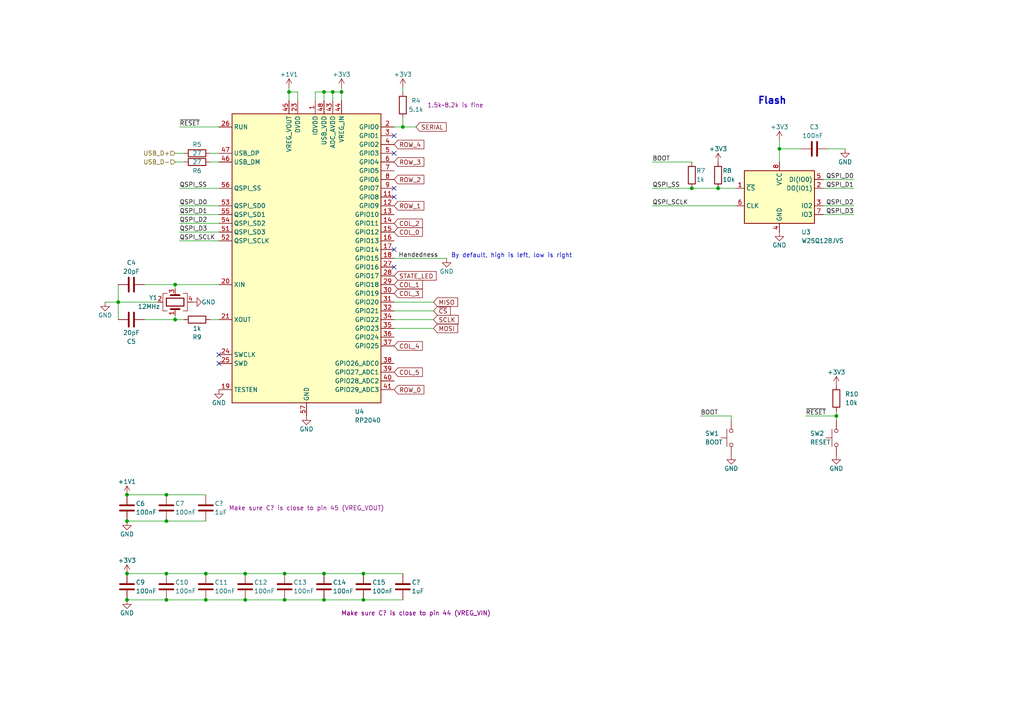
<source format=kicad_sch>
(kicad_sch (version 20230121) (generator eeschema)
  (paper "A4")
  (lib_symbols
    (symbol "Device:C" (pin_numbers hide) (pin_names (offset 0.254))
      (property "Reference" "C" (at 0.635 2.54 0))
      (property "Value" "C" (at 0.635 -2.54 0))
      (symbol "C_0_1"
        (polyline (pts (xy -2.032 -0.762) (xy 2.032 -0.762)) (stroke (width 0.508)))
        (polyline (pts (xy -2.032 0.762) (xy 2.032 0.762)) (stroke (width 0.508)))
      )
      (symbol "C_1_1"
        (pin passive line (at 0 3.81 270) (length 2.794) (name "~") (number "1"))
        (pin passive line (at 0 -3.81 90) (length 2.794) (name "~") (number "2"))
      )
    )
    (symbol "Device:Crystal_GND24" (pin_names (offset 1.016) hide)
      (property "Reference" "Y" (at 3.175 5.08 0))
      (property "Value" "Crystal_GND24" (at 3.175 3.175 0))
      (symbol "Crystal_GND24_0_1"
        (rectangle (start -1.143 2.54) (end 1.143 -2.54) (stroke (width 0.3048)))
        (polyline (pts (xy -2.54 0) (xy -2.032 0)))
        (polyline (pts (xy -2.032 -1.27) (xy -2.032 1.27)) (stroke (width 0.508)))
        (polyline (pts (xy 0 -3.81) (xy 0 -3.556)))
        (polyline (pts (xy 0 3.556) (xy 0 3.81)))
        (polyline (pts (xy 2.032 -1.27) (xy 2.032 1.27)) (stroke (width 0.508)))
        (polyline (pts (xy 2.032 0) (xy 2.54 0)))
        (polyline (pts (xy -2.54 -2.286) (xy -2.54 -3.556) (xy 2.54 -3.556) (xy 2.54 -2.286)))
        (polyline (pts (xy -2.54 2.286) (xy -2.54 3.556) (xy 2.54 3.556) (xy 2.54 2.286)))
      )
      (symbol "Crystal_GND24_1_1"
        (pin passive line (at -3.81 0 0) (length 1.27) (name "1") (number "1"))
        (pin passive line (at 0 5.08 270) (length 1.27) (name "2") (number "2"))
        (pin passive line (at 3.81 0 180) (length 1.27) (name "3") (number "3"))
        (pin passive line (at 0 -5.08 90) (length 1.27) (name "4") (number "4"))
      )
    )
    (symbol "Device:R" (pin_numbers hide) (pin_names (offset 0))
      (property "Reference" "R" (at 2.032 0 90))
      (property "Value" "R" (at 0 0 90))
      (symbol "R_0_1"
        (rectangle (start -1.016 -2.54) (end 1.016 2.54) (stroke (width 0.254)))
      )
      (symbol "R_1_1"
        (pin passive line (at 0 3.81 270) (length 1.27) (name "~") (number "1"))
        (pin passive line (at 0 -3.81 90) (length 1.27) (name "~") (number "2"))
      )
    )
    (symbol "MCU_RaspberryPi:RP2040"
      (property "Reference" "U" (at 17.78 45.72 0))
      (property "Value" "RP2040" (at 17.78 43.18 0))
      (symbol "RP2040_0_1"
        (rectangle (start -21.59 41.91) (end 21.59 -41.91) (stroke (width 0.254)) (fill (type background)))
      )
      (symbol "RP2040_1_1"
        (pin power_in line (at 2.54 45.72 270) (length 3.81) (name "IOVDD") (number "1"))
        (pin passive line (at 2.54 45.72 270) (length 3.81) hide (name "IOVDD") (number "10"))
        (pin bidirectional line (at 25.4 17.78 180) (length 3.81) (name "GPIO8") (number "11"))
        (pin bidirectional line (at 25.4 15.24 180) (length 3.81) (name "GPIO9") (number "12"))
        (pin bidirectional line (at 25.4 12.7 180) (length 3.81) (name "GPIO10") (number "13"))
        (pin bidirectional line (at 25.4 10.16 180) (length 3.81) (name "GPIO11") (number "14"))
        (pin bidirectional line (at 25.4 7.62 180) (length 3.81) (name "GPIO12") (number "15"))
        (pin bidirectional line (at 25.4 5.08 180) (length 3.81) (name "GPIO13") (number "16"))
        (pin bidirectional line (at 25.4 2.54 180) (length 3.81) (name "GPIO14") (number "17"))
        (pin bidirectional line (at 25.4 0 180) (length 3.81) (name "GPIO15") (number "18"))
        (pin input line (at -25.4 -38.1 0) (length 3.81) (name "TESTEN") (number "19"))
        (pin bidirectional line (at 25.4 38.1 180) (length 3.81) (name "GPIO0") (number "2"))
        (pin input line (at -25.4 -7.62 0) (length 3.81) (name "XIN") (number "20"))
        (pin passive line (at -25.4 -17.78 0) (length 3.81) (name "XOUT") (number "21"))
        (pin passive line (at 2.54 45.72 270) (length 3.81) hide (name "IOVDD") (number "22"))
        (pin power_in line (at -2.54 45.72 270) (length 3.81) (name "DVDD") (number "23"))
        (pin output line (at -25.4 -27.94 0) (length 3.81) (name "SWCLK") (number "24"))
        (pin bidirectional line (at -25.4 -30.48 0) (length 3.81) (name "SWD") (number "25"))
        (pin input line (at -25.4 38.1 0) (length 3.81) (name "RUN") (number "26"))
        (pin bidirectional line (at 25.4 -2.54 180) (length 3.81) (name "GPIO16") (number "27"))
        (pin bidirectional line (at 25.4 -5.08 180) (length 3.81) (name "GPIO17") (number "28"))
        (pin bidirectional line (at 25.4 -7.62 180) (length 3.81) (name "GPIO18") (number "29"))
        (pin bidirectional line (at 25.4 35.56 180) (length 3.81) (name "GPIO1") (number "3"))
        (pin bidirectional line (at 25.4 -10.16 180) (length 3.81) (name "GPIO19") (number "30"))
        (pin bidirectional line (at 25.4 -12.7 180) (length 3.81) (name "GPIO20") (number "31"))
        (pin bidirectional line (at 25.4 -15.24 180) (length 3.81) (name "GPIO21") (number "32"))
        (pin passive line (at 2.54 45.72 270) (length 3.81) hide (name "IOVDD") (number "33"))
        (pin bidirectional line (at 25.4 -17.78 180) (length 3.81) (name "GPIO22") (number "34"))
        (pin bidirectional line (at 25.4 -20.32 180) (length 3.81) (name "GPIO23") (number "35"))
        (pin bidirectional line (at 25.4 -22.86 180) (length 3.81) (name "GPIO24") (number "36"))
        (pin bidirectional line (at 25.4 -25.4 180) (length 3.81) (name "GPIO25") (number "37"))
        (pin bidirectional line (at 25.4 -30.48 180) (length 3.81) (name "GPIO26_ADC0") (number "38"))
        (pin bidirectional line (at 25.4 -33.02 180) (length 3.81) (name "GPIO27_ADC1") (number "39"))
        (pin bidirectional line (at 25.4 33.02 180) (length 3.81) (name "GPIO2") (number "4"))
        (pin bidirectional line (at 25.4 -35.56 180) (length 3.81) (name "GPIO28_ADC2") (number "40"))
        (pin bidirectional line (at 25.4 -38.1 180) (length 3.81) (name "GPIO29_ADC3") (number "41"))
        (pin passive line (at 2.54 45.72 270) (length 3.81) hide (name "IOVDD") (number "42"))
        (pin power_in line (at 7.62 45.72 270) (length 3.81) (name "ADC_AVDD") (number "43"))
        (pin power_in line (at 10.16 45.72 270) (length 3.81) (name "VREG_IN") (number "44"))
        (pin power_out line (at -5.08 45.72 270) (length 3.81) (name "VREG_VOUT") (number "45"))
        (pin bidirectional line (at -25.4 27.94 0) (length 3.81) (name "USB_DM") (number "46"))
        (pin bidirectional line (at -25.4 30.48 0) (length 3.81) (name "USB_DP") (number "47"))
        (pin power_in line (at 5.08 45.72 270) (length 3.81) (name "USB_VDD") (number "48"))
        (pin passive line (at 2.54 45.72 270) (length 3.81) hide (name "IOVDD") (number "49"))
        (pin bidirectional line (at 25.4 30.48 180) (length 3.81) (name "GPIO3") (number "5"))
        (pin passive line (at -2.54 45.72 270) (length 3.81) hide (name "DVDD") (number "50"))
        (pin bidirectional line (at -25.4 7.62 0) (length 3.81) (name "QSPI_SD3") (number "51"))
        (pin output line (at -25.4 5.08 0) (length 3.81) (name "QSPI_SCLK") (number "52"))
        (pin bidirectional line (at -25.4 15.24 0) (length 3.81) (name "QSPI_SD0") (number "53"))
        (pin bidirectional line (at -25.4 10.16 0) (length 3.81) (name "QSPI_SD2") (number "54"))
        (pin bidirectional line (at -25.4 12.7 0) (length 3.81) (name "QSPI_SD1") (number "55"))
        (pin bidirectional line (at -25.4 20.32 0) (length 3.81) (name "QSPI_SS") (number "56"))
        (pin power_in line (at 0 -45.72 90) (length 3.81) (name "GND") (number "57"))
        (pin bidirectional line (at 25.4 27.94 180) (length 3.81) (name "GPIO4") (number "6"))
        (pin bidirectional line (at 25.4 25.4 180) (length 3.81) (name "GPIO5") (number "7"))
        (pin bidirectional line (at 25.4 22.86 180) (length 3.81) (name "GPIO6") (number "8"))
        (pin bidirectional line (at 25.4 20.32 180) (length 3.81) (name "GPIO7") (number "9"))
      )
    )
    (symbol "Memory_Flash:W25Q128JVS"
      (property "Reference" "U" (at -8.89 8.89 0))
      (property "Value" "W25Q128JVS" (at 7.62 8.89 0))
      (symbol "W25Q128JVS_0_1"
        (rectangle (start -10.16 7.62) (end 10.16 -7.62) (stroke (width 0.254)) (fill (type background)))
      )
      (symbol "W25Q128JVS_1_1"
        (pin input line (at -12.7 2.54 0) (length 2.54) (name "~{CS}") (number "1"))
        (pin bidirectional line (at 12.7 2.54 180) (length 2.54) (name "DO(IO1)") (number "2"))
        (pin bidirectional line (at 12.7 -2.54 180) (length 2.54) (name "IO2") (number "3"))
        (pin power_in line (at 0 -10.16 90) (length 2.54) (name "GND") (number "4"))
        (pin bidirectional line (at 12.7 5.08 180) (length 2.54) (name "DI(IO0)") (number "5"))
        (pin input line (at -12.7 -2.54 0) (length 2.54) (name "CLK") (number "6"))
        (pin bidirectional line (at 12.7 -5.08 180) (length 2.54) (name "IO3") (number "7"))
        (pin power_in line (at 0 10.16 270) (length 2.54) (name "VCC") (number "8"))
      )
    )
    (symbol "SW_Push_1" (pin_numbers hide) (pin_names (offset 1.016) hide)
      (property "Reference" "SW1" (at -7.62 1.27 90))
      (property "Value" "BOOT" (at -7.62 -1.27 90))
      (symbol "SW_Push_1_0_1"
        (circle (center -2.032 0) (radius 0.508))
        (polyline (pts (xy 0 1.27) (xy 0 3.048)))
        (polyline (pts (xy 2.54 1.27) (xy -2.54 1.27)))
        (circle (center 2.032 0) (radius 0.508))
        (pin passive line (at -5.08 0 0) (length 2.54) (name "1") (number "1"))
        (pin passive line (at 5.08 0 180) (length 2.54) (name "2") (number "2"))
      )
    )
    (symbol "Switch:SW_Push" (pin_numbers hide) (pin_names (offset 1.016) hide)
      (property "Reference" "SW2" (at -8.89 1.27 90))
      (property "Value" "RESET" (at -8.89 -1.27 90))
      (symbol "SW_Push_0_1"
        (circle (center -2.032 0) (radius 0.508))
        (polyline (pts (xy 0 1.27) (xy 0 3.048)))
        (polyline (pts (xy 2.54 1.27) (xy -2.54 1.27)))
        (circle (center 2.032 0) (radius 0.508))
        (pin passive line (at -5.08 0 0) (length 2.54) (name "1") (number "1"))
        (pin passive line (at 5.08 0 180) (length 2.54) (name "2") (number "2"))
      )
    )
    (symbol "power:+1V1" (power) (pin_names (offset 0))
      (property "Value" "+1V1" (at 0 3.556 0))
      (symbol "+1V1_0_1"
        (polyline (pts (xy -0.762 1.27) (xy 0 2.54)))
        (polyline (pts (xy 0 0) (xy 0 2.54)))
        (polyline (pts (xy 0 2.54) (xy 0.762 1.27)))
      )
      (symbol "+1V1_1_1"
        (pin power_in line (at 0 0 90) (length 0) hide (name "+1V1") (number "1"))
      )
    )
    (symbol "power:+3V3" (power) (pin_names (offset 0))
      (property "Value" "+3V3" (at 0 3.556 0))
      (symbol "+3V3_0_1"
        (polyline (pts (xy -0.762 1.27) (xy 0 2.54)))
        (polyline (pts (xy 0 0) (xy 0 2.54)))
        (polyline (pts (xy 0 2.54) (xy 0.762 1.27)))
      )
      (symbol "+3V3_1_1"
        (pin power_in line (at 0 0 90) (length 0) hide (name "+3V3") (number "1"))
      )
    )
    (symbol "power:GND" (power) (pin_names (offset 0))
      (property "Value" "GND" (at 0 -3.81 0))
      (symbol "GND_0_1"
        (polyline (pts (xy 0 0) (xy 0 -1.27) (xy 1.27 -1.27) (xy 0 -2.54) (xy -1.27 -1.27) (xy 0 -1.27)))
      )
      (symbol "GND_1_1"
        (pin power_in line (at 0 0 270) (length 0) hide (name "GND") (number "1"))
      )
    )
  )
  (junction (at 50.8 92.71))
  (junction (at 242.57 120.65))
  (junction (at 59.69 173.99))
  (junction (at 48.26 143.51))
  (junction (at 48.26 173.99))
  (junction (at 71.12 173.99))
  (junction (at 208.28 54.61))
  (junction (at 82.55 166.37))
  (junction (at 226.06 43.18))
  (junction (at 99.06 26.67))
  (junction (at 93.98 26.67))
  (junction (at 48.26 166.37))
  (junction (at 116.84 36.83))
  (junction (at 82.55 173.99))
  (junction (at 105.41 166.37))
  (junction (at 59.69 166.37))
  (junction (at 50.8 82.55))
  (junction (at 93.98 173.99))
  (junction (at 36.83 143.51))
  (junction (at 93.98 166.37))
  (junction (at 34.29 87.63))
  (junction (at 105.41 173.99))
  (junction (at 96.52 26.67))
  (junction (at 36.83 166.37))
  (junction (at 36.83 151.13))
  (junction (at 48.26 151.13))
  (junction (at 83.82 26.67))
  (junction (at 36.83 173.99))
  (junction (at 200.66 54.61))
  (junction (at 71.12 166.37))
  (no_connect (at 114.3 77.47))
  (no_connect (at 114.3 72.39))
  (no_connect (at 114.3 57.15))
  (no_connect (at 114.3 54.61))
  (no_connect (at 114.3 44.45))
  (no_connect (at 114.3 39.37))
  (no_connect (at 63.5 102.87))
  (no_connect (at 63.5 105.41))
  (wire (pts (xy 242.57 120.65) (xy 242.57 119.38)))
  (wire (pts (xy 34.29 82.55) (xy 34.29 87.63)))
  (wire (pts (xy 125.73 92.71) (xy 114.3 92.71)))
  (wire (pts (xy 105.41 166.37) (xy 116.84 166.37)))
  (wire (pts (xy 86.36 26.67) (xy 86.36 29.21)))
  (wire (pts (xy 48.26 151.13) (xy 59.69 151.13)))
  (wire (pts (xy 52.07 59.69) (xy 63.5 59.69)))
  (wire (pts (xy 50.8 91.44) (xy 50.8 92.71)))
  (wire (pts (xy 36.83 173.99) (xy 48.26 173.99)))
  (wire (pts (xy 93.98 26.67) (xy 93.98 29.21)))
  (wire (pts (xy 93.98 26.67) (xy 96.52 26.67)))
  (wire (pts (xy 50.8 82.55) (xy 63.5 82.55)))
  (wire (pts (xy 99.06 29.21) (xy 99.06 26.67)))
  (wire (pts (xy 30.48 87.63) (xy 34.29 87.63)))
  (wire (pts (xy 226.06 40.64) (xy 226.06 43.18)))
  (wire (pts (xy 48.26 143.51) (xy 59.69 143.51)))
  (wire (pts (xy 116.84 34.29) (xy 116.84 36.83)))
  (wire (pts (xy 36.83 166.37) (xy 48.26 166.37)))
  (wire (pts (xy 96.52 26.67) (xy 96.52 29.21)))
  (wire (pts (xy 50.8 44.45) (xy 53.34 44.45)))
  (wire (pts (xy 52.07 67.31) (xy 63.5 67.31)))
  (wire (pts (xy 247.65 59.69) (xy 238.76 59.69)))
  (wire (pts (xy 93.98 166.37) (xy 105.41 166.37)))
  (wire (pts (xy 125.73 95.25) (xy 114.3 95.25)))
  (wire (pts (xy 247.65 62.23) (xy 238.76 62.23)))
  (wire (pts (xy 83.82 26.67) (xy 86.36 26.67)))
  (wire (pts (xy 52.07 62.23) (xy 63.5 62.23)))
  (wire (pts (xy 34.29 87.63) (xy 34.29 92.71)))
  (wire (pts (xy 59.69 173.99) (xy 71.12 173.99)))
  (wire (pts (xy 60.96 44.45) (xy 63.5 44.45)))
  (wire (pts (xy 52.07 54.61) (xy 63.5 54.61)))
  (wire (pts (xy 129.54 74.93) (xy 114.3 74.93)))
  (wire (pts (xy 48.26 173.99) (xy 59.69 173.99)))
  (wire (pts (xy 50.8 92.71) (xy 53.34 92.71)))
  (wire (pts (xy 34.29 87.63) (xy 45.72 87.63)))
  (wire (pts (xy 71.12 173.99) (xy 82.55 173.99)))
  (wire (pts (xy 99.06 25.4) (xy 99.06 26.67)))
  (wire (pts (xy 71.12 166.37) (xy 82.55 166.37)))
  (wire (pts (xy 36.83 151.13) (xy 48.26 151.13)))
  (wire (pts (xy 125.73 90.17) (xy 114.3 90.17)))
  (wire (pts (xy 60.96 92.71) (xy 63.5 92.71)))
  (wire (pts (xy 59.69 166.37) (xy 71.12 166.37)))
  (wire (pts (xy 125.73 87.63) (xy 114.3 87.63)))
  (wire (pts (xy 91.44 26.67) (xy 93.98 26.67)))
  (wire (pts (xy 91.44 26.67) (xy 91.44 29.21)))
  (wire (pts (xy 120.65 36.83) (xy 116.84 36.83)))
  (wire (pts (xy 41.91 82.55) (xy 50.8 82.55)))
  (wire (pts (xy 233.68 120.65) (xy 242.57 120.65)))
  (wire (pts (xy 226.06 43.18) (xy 226.06 46.99)))
  (wire (pts (xy 60.96 46.99) (xy 63.5 46.99)))
  (wire (pts (xy 41.91 92.71) (xy 50.8 92.71)))
  (wire (pts (xy 189.23 46.99) (xy 200.66 46.99)))
  (wire (pts (xy 50.8 46.99) (xy 53.34 46.99)))
  (wire (pts (xy 116.84 36.83) (xy 114.3 36.83)))
  (wire (pts (xy 247.65 54.61) (xy 238.76 54.61)))
  (wire (pts (xy 52.07 64.77) (xy 63.5 64.77)))
  (wire (pts (xy 189.23 59.69) (xy 213.36 59.69)))
  (wire (pts (xy 83.82 25.4) (xy 83.82 26.67)))
  (wire (pts (xy 212.09 120.65) (xy 212.09 121.92)))
  (wire (pts (xy 52.07 36.83) (xy 63.5 36.83)))
  (wire (pts (xy 82.55 173.99) (xy 93.98 173.99)))
  (wire (pts (xy 52.07 69.85) (xy 63.5 69.85)))
  (wire (pts (xy 242.57 121.92) (xy 242.57 120.65)))
  (wire (pts (xy 82.55 166.37) (xy 93.98 166.37)))
  (wire (pts (xy 105.41 173.99) (xy 116.84 173.99)))
  (wire (pts (xy 208.28 54.61) (xy 213.36 54.61)))
  (wire (pts (xy 189.23 54.61) (xy 200.66 54.61)))
  (wire (pts (xy 99.06 26.67) (xy 96.52 26.67)))
  (wire (pts (xy 200.66 54.61) (xy 208.28 54.61)))
  (wire (pts (xy 203.2 120.65) (xy 212.09 120.65)))
  (wire (pts (xy 245.11 43.18) (xy 240.03 43.18)))
  (wire (pts (xy 93.98 173.99) (xy 105.41 173.99)))
  (wire (pts (xy 232.41 43.18) (xy 226.06 43.18)))
  (wire (pts (xy 48.26 166.37) (xy 59.69 166.37)))
  (wire (pts (xy 247.65 52.07) (xy 238.76 52.07)))
  (wire (pts (xy 83.82 26.67) (xy 83.82 29.21)))
  (wire (pts (xy 116.84 25.4) (xy 116.84 26.67)))
  (wire (pts (xy 50.8 82.55) (xy 50.8 83.82)))
  (wire (pts (xy 36.83 143.51) (xy 48.26 143.51)))
  (text "Flash" (at 219.71 30.48 0) (effects (font (size 2 2) bold) (justify left bottom)))
  (text "By default, high is left, low is right" (at 130.81 74.93 0) (effects (font (size 1.27 1.27)) (justify left bottom)))
  (label "~{RESET}" (at 233.68 120.65 0))
  (label "QSPI_D2" (at 247.65 59.69 180))
  (label "QSPI_SS" (at 189.23 54.61 0))
  (label "QSPI_SCLK" (at 189.23 59.69 0))
  (label "QSPI_D0" (at 247.65 52.07 180))
  (label "QSPI_SCLK" (at 52.07 69.85 0))
  (label "QSPI_D1" (at 247.65 54.61 180))
  (label "QSPI_SS" (at 52.07 54.61 0))
  (label "BOOT" (at 189.23 46.99 0))
  (label "QSPI_D1" (at 52.07 62.23 0))
  (label "QSPI_D2" (at 52.07 64.77 0))
  (label "QSPI_D0" (at 52.07 59.69 0))
  (label "QSPI_D3" (at 52.07 67.31 0))
  (label "~{RESET}" (at 52.07 36.83 0))
  (label "QSPI_D3" (at 247.65 62.23 180))
  (label "Handedness" (at 115.57 74.93 0))
  (label "BOOT" (at 203.2 120.65 0))
  (global_label "COL_5" (shape input) (at 114.3 107.95 0) (property "Intersheetrefs" "${INTERSHEET_REFS}" (effects hide)))
  (global_label "ROW_2" (shape input) (at 114.3 52.07 0) (property "Intersheetrefs" "${INTERSHEET_REFS}" (effects hide)))
  (global_label "COL_2" (shape input) (at 114.3 64.77 0) (property "Intersheetrefs" "${INTERSHEET_REFS}" (effects hide)))
  (global_label "COL_4" (shape input) (at 114.3 100.33 0) (property "Intersheetrefs" "${INTERSHEET_REFS}" (effects hide)))
  (global_label "ROW_3" (shape input) (at 114.3 46.99 0) (property "Intersheetrefs" "${INTERSHEET_REFS}" (effects hide)))
  (global_label "SERIAL" (shape input) (at 120.65 36.83 0) (property "Intersheetrefs" "${INTERSHEET_REFS}" (effects hide)))
  (global_label "ROW_0" (shape input) (at 114.3 113.03 0) (property "Intersheetrefs" "${INTERSHEET_REFS}" (effects hide)))
  (global_label "MOSI" (shape input) (at 125.73 95.25 0) (property "Intersheetrefs" "${INTERSHEET_REFS}" (effects hide)))
  (global_label "SCLK" (shape input) (at 125.73 92.71 0) (property "Intersheetrefs" "${INTERSHEET_REFS}" (effects hide)))
  (global_label "~{CS}" (shape input) (at 125.73 90.17 0) (property "Intersheetrefs" "${INTERSHEET_REFS}" (effects hide)))
  (global_label "COL_0" (shape input) (at 114.3 67.31 0) (property "Intersheetrefs" "${INTERSHEET_REFS}" (effects hide)))
  (global_label "STATE_LED" (shape input) (at 114.3 80.01 0) (property "Intersheetrefs" "${INTERSHEET_REFS}" (effects hide)))
  (global_label "ROW_4" (shape input) (at 114.3 41.91 0) (property "Intersheetrefs" "${INTERSHEET_REFS}" (effects hide)))
  (global_label "COL_3" (shape input) (at 114.3 85.09 0) (property "Intersheetrefs" "${INTERSHEET_REFS}" (effects hide)))
  (global_label "COL_1" (shape input) (at 114.3 82.55 0) (property "Intersheetrefs" "${INTERSHEET_REFS}" (effects hide)))
  (global_label "MISO" (shape input) (at 125.73 87.63 0) (property "Intersheetrefs" "${INTERSHEET_REFS}" (effects hide)))
  (global_label "ROW_1" (shape input) (at 114.3 59.69 0) (property "Intersheetrefs" "${INTERSHEET_REFS}" (effects hide)))
  (hierarchical_label "USB_D-" (shape input) (at 50.8 46.99 180))
  (hierarchical_label "USB_D+" (shape input) (at 50.8 44.45 180))
  (symbol (lib_id "power:GND") (at 242.57 132.08 0) (unit 1)
    (property "Reference" "#PWR035" (effects hide))
    (property "Value" "GND" (at 242.57 135.89 0))
  )
  (symbol (lib_id "Device:C") (at 36.83 170.18 0) (unit 1)
    (property "Reference" "C9" (at 39.37 168.91 0) (effects (justify left)))
    (property "Value" "100nF" (at 39.37 171.45 0) (effects (justify left)))
    (property "Footprint" "Capacitor_SMD:C_0402_1005Metric" (effects hide))
    (property "MFR. Part #" "CL05B104KB54PNC " (effects hide))
    (property "LCSC" "C307331" (effects hide))
  )
  (symbol (lib_id "power:+3V3") (at 226.06 40.64 0) (unit 1)
    (property "Reference" "#PWR024" (effects hide))
    (property "Value" "+3V3" (at 226.06 36.83 0))
  )
  (symbol (lib_id "power:GND") (at 36.83 151.13 0) (unit 1)
    (property "Reference" "#PWR037" (effects hide))
    (property "Value" "GND" (at 36.83 154.94 0))
  )
  (symbol (lib_id "Device:C") (at 82.55 170.18 0) (unit 1)
    (property "Reference" "C13" (at 85.09 168.91 0) (effects (justify left)))
    (property "Value" "100nF" (at 85.09 171.45 0) (effects (justify left)))
    (property "Footprint" "Capacitor_SMD:C_0402_1005Metric" (effects hide))
    (property "MFR. Part #" "CL05B104KB54PNC " (effects hide))
    (property "LCSC" "C307331" (effects hide))
  )
  (symbol (lib_id "power:+3V3") (at 116.84 25.4 0) (unit 1)
    (property "Reference" "#PWR023" (effects hide))
    (property "Value" "+3V3" (at 116.84 21.59 0))
  )
  (symbol (lib_id "Device:R") (at 242.57 115.57 0) (unit 1)
    (property "Reference" "R10" (at 245.11 114.2999 0) (effects (justify left)))
    (property "Value" "10k" (at 245.11 116.8399 0) (effects (justify left)))
    (property "Footprint" "Resistor_SMD:R_0402_1005Metric" (effects hide))
    (property "MFR. Part #" "0402WGF1002TCE " (effects hide))
    (property "LCSC" "C25744" (effects hide))
  )
  (symbol (lib_id "power:GND") (at 129.54 74.93 0) (unit 1)
    (property "Reference" "#PWR0102" (effects hide))
    (property "Value" "GND" (at 129.54 78.74 0))
  )
  (symbol (lib_id "Device:C") (at 71.12 170.18 0) (unit 1)
    (property "Reference" "C12" (at 73.66 168.91 0) (effects (justify left)))
    (property "Value" "100nF" (at 73.66 171.45 0) (effects (justify left)))
    (property "Footprint" "Capacitor_SMD:C_0402_1005Metric" (effects hide))
    (property "MFR. Part #" "CL05B104KB54PNC " (effects hide))
    (property "LCSC" "C307331" (effects hide))
  )
  (symbol (lib_id "power:+1V1") (at 36.83 143.51 0) (unit 1)
    (property "Reference" "#PWR036" (effects hide))
    (property "Value" "+1V1" (at 36.83 139.7 0))
  )
  (symbol (lib_name "SW_Push_1") (lib_id "Switch:SW_Push") (at 212.09 127 90) (unit 1)
    (property "Reference" "SW1" (at 204.47 125.73 90) (effects (justify right)))
    (property "Value" "BOOT" (at 204.47 128.27 90) (effects (justify right)))
    (property "Footprint" "Button_Switch_SMD:SW_SPST_TL3342" (effects hide))
    (property "MFR. Part #" "TS-1187A-B-A-B" (effects hide))
    (property "LCSC" "C318884" (effects hide))
  )
  (symbol (lib_id "power:+1V1") (at 83.82 25.4 0) (unit 1)
    (property "Reference" "#PWR021" (effects hide))
    (property "Value" "+1V1" (at 83.82 21.59 0))
  )
  (symbol (lib_id "MCU_RaspberryPi:RP2040") (at 88.9 74.93 0) (unit 1)
    (property "Reference" "U4" (at 102.87 119.38 0) (effects (justify left)))
    (property "Value" "RP2040" (at 102.87 121.92 0) (effects (justify left)))
    (property "Footprint" "Package_DFN_QFN:QFN-56-1EP_7x7mm_P0.4mm_EP3.2x3.2mm" (effects hide))
    (property "Datasheet" "https://datasheets.raspberrypi.com/rp2040/rp2040-datasheet.pdf" (effects hide))
    (property "MFR. Part #" "RP2040" (effects hide))
    (property "LCSC" "C2040" (effects hide))
  )
  (symbol (lib_id "power:GND") (at 36.83 173.99 0) (unit 1)
    (property "Reference" "#PWR039" (effects hide))
    (property "Value" "GND" (at 36.83 177.8 0))
  )
  (symbol (lib_id "power:GND") (at 88.9 120.65 0) (unit 1)
    (property "Reference" "#PWR033" (effects hide))
    (property "Value" "GND" (at 88.9 124.46 0))
  )
  (symbol (lib_id "Device:C") (at 105.41 170.18 0) (unit 1)
    (property "Reference" "C15" (at 107.95 168.91 0) (effects (justify left)))
    (property "Value" "100nF" (at 107.95 171.45 0) (effects (justify left)))
    (property "Footprint" "Capacitor_SMD:C_0402_1005Metric" (effects hide))
    (property "MFR. Part #" "CL05B104KB54PNC " (effects hide))
    (property "LCSC" "C307331" (effects hide))
  )
  (symbol (lib_id "Device:R") (at 57.15 46.99 90) (unit 1)
    (property "Reference" "R6" (at 57.15 49.53 90))
    (property "Value" "27" (at 57.15 46.99 90))
    (property "Footprint" "Resistor_SMD:R_0603_1608Metric" (effects hide))
    (property "MFR. Part #" "0603WAF270JT5E" (effects hide))
    (property "LCSC" "C25190" (effects hide))
  )
  (symbol (lib_id "Device:C") (at 93.98 170.18 0) (unit 1)
    (property "Reference" "C14" (at 96.52 168.91 0) (effects (justify left)))
    (property "Value" "100nF" (at 96.52 171.45 0) (effects (justify left)))
    (property "Footprint" "Capacitor_SMD:C_0402_1005Metric" (effects hide))
    (property "MFR. Part #" "CL05B104KB54PNC " (effects hide))
    (property "LCSC" "C307331" (effects hide))
  )
  (symbol (lib_id "Device:R") (at 208.28 50.8 0) (mirror y) (unit 1)
    (property "Reference" "R8" (at 209.55 49.53 0) (effects (justify right)))
    (property "Value" "10k" (at 209.55 52.07 0) (effects (justify right)))
    (property "Footprint" "Resistor_SMD:R_0402_1005Metric" (effects hide))
    (property "MFR. Part #" "0402WGF1002TCE " (effects hide))
    (property "LCSC" "C25744" (effects hide))
  )
  (symbol (lib_id "power:+3V3") (at 99.06 25.4 0) (unit 1)
    (property "Reference" "#PWR022" (effects hide))
    (property "Value" "+3V3" (at 99.06 21.59 0))
  )
  (symbol (lib_id "Device:C") (at 38.1 92.71 90) (unit 1)
    (property "Reference" "C5" (at 38.1 99.06 90))
    (property "Value" "20pF" (at 38.1 96.52 90))
    (property "Footprint" "Capacitor_SMD:C_0402_1005Metric" (effects hide))
    (property "MFR. Part #" "0402CG200J500NT" (effects hide))
    (property "LCSC" "C1554" (effects hide))
  )
  (symbol (lib_id "Device:C") (at 38.1 82.55 90) (unit 1)
    (property "Reference" "C4" (at 38.1 76.2 90))
    (property "Value" "20pF" (at 38.1 78.74 90))
    (property "Footprint" "Capacitor_SMD:C_0402_1005Metric" (effects hide))
    (property "MFR. Part #" "0402CG200J500NT" (effects hide))
    (property "LCSC" "C1554" (effects hide))
  )
  (symbol (lib_id "Device:C") (at 36.83 147.32 0) (unit 1)
    (property "Reference" "C6" (at 39.37 146.05 0) (effects (justify left)))
    (property "Value" "100nF" (at 39.37 148.59 0) (effects (justify left)))
    (property "Footprint" "Capacitor_SMD:C_0402_1005Metric" (effects hide))
    (property "MFR. Part #" "CL05B104KB54PNC " (effects hide))
    (property "LCSC" "C307331" (effects hide))
  )
  (symbol (lib_id "Memory_Flash:W25Q128JVS") (at 226.06 57.15 0) (unit 1)
    (property "Reference" "U3" (at 232.41 67.31 0) (effects (justify left)))
    (property "Value" "W25Q128JVS" (at 232.41 69.85 0) (effects (justify left)))
    (property "Footprint" "Package_SO:SOIC-8_5.23x5.23mm_P1.27mm" (effects hide))
    (property "Datasheet" "http://www.winbond.com/resource-files/w25q128jv_dtr%20revc%2003272018%20plus.pdf" (effects hide))
    (property "LCSC" "C97521" (effects hide))
    (property "MFR. Part #" "W25Q128JVSIQ" (effects hide))
  )
  (symbol (lib_id "Device:C") (at 48.26 170.18 0) (unit 1)
    (property "Reference" "C10" (at 50.8 168.91 0) (effects (justify left)))
    (property "Value" "100nF" (at 50.8 171.45 0) (effects (justify left)))
    (property "Footprint" "Capacitor_SMD:C_0402_1005Metric" (effects hide))
    (property "MFR. Part #" "CL05B104KB54PNC " (effects hide))
    (property "LCSC" "C307331" (effects hide))
  )
  (symbol (lib_id "Switch:SW_Push") (at 242.57 127 90) (unit 1)
    (property "Reference" "SW2" (at 234.95 125.73 90) (effects (justify right)))
    (property "Value" "RESET" (at 234.95 128.27 90) (effects (justify right)))
    (property "Footprint" "Button_Switch_SMD:SW_SPST_TL3342" (effects hide))
    (property "MFR. Part #" "TS-1187A-B-A-B" (effects hide))
    (property "LCSC" "C318884" (effects hide))
  )
  (symbol (lib_id "Device:R") (at 57.15 44.45 90) (unit 1)
    (property "Reference" "R5" (at 57.15 41.91 90))
    (property "Value" "27" (at 57.15 44.45 90))
    (property "Footprint" "Resistor_SMD:R_0603_1608Metric" (effects hide))
    (property "MFR. Part #" "0603WAF270JT5E" (effects hide))
    (property "LCSC" "C25190" (effects hide))
  )
  (symbol (lib_id "power:GND") (at 55.88 87.63 90) (unit 1)
    (property "Reference" "#PWR030" (effects hide))
    (property "Value" "GND" (at 58.42 87.63 90) (effects (justify right)))
  )
  (symbol (lib_id "power:+3V3") (at 208.28 46.99 0) (unit 1)
    (property "Reference" "#PWR026" (effects hide))
    (property "Value" "+3V3" (at 208.28 43.18 0))
  )
  (symbol (lib_id "power:GND") (at 212.09 132.08 0) (unit 1)
    (property "Reference" "#PWR034" (effects hide))
    (property "Value" "GND" (at 212.09 135.89 0))
  )
  (symbol (lib_id "power:GND") (at 245.11 43.18 0) (unit 1)
    (property "Reference" "#PWR025" (effects hide))
    (property "Value" "GND" (at 245.11 46.99 0))
  )
  (symbol (lib_id "Device:C") (at 236.22 43.18 90) (unit 1)
    (property "Reference" "C3" (at 237.49 36.83 90) (effects (justify left)))
    (property "Value" "100nF" (at 238.76 39.37 90) (effects (justify left)))
    (property "Footprint" "Capacitor_SMD:C_0402_1005Metric" (effects hide))
    (property "MFR. Part #" "CL05B104KB54PNC " (effects hide))
    (property "LCSC" "C307331" (effects hide))
  )
  (symbol (lib_id "Device:C") (at 116.84 170.18 0) (unit 1)
    (property "Reference" "C?" (at 119.38 168.91 0) (effects (justify left)))
    (property "Value" "1uF" (at 119.38 171.45 0) (effects (justify left)))
    (property "Footprint" "Capacitor_SMD:C_0402_1005Metric" (effects hide))
    (property "MFR. Part #" "CL05A105KA5NQNC" (effects hide))
    (property "Note" "Make sure ${REFERENCE} is close to pin 44 (VREG_VIN)" (at 120.65 177.8 0))
    (property "LCSC" "C52923" (effects hide))
    (instances (project "" (path "" (reference "C?") (unit 1))) (project "ErgoSNM_right" (path "" (reference "C16") (unit 1))))
  )
  (symbol (lib_id "Device:R") (at 57.15 92.71 90) (unit 1)
    (property "Reference" "R9" (at 57.15 97.79 90))
    (property "Value" "1k" (at 57.15 95.25 90))
    (property "Footprint" "Resistor_SMD:R_0402_1005Metric" (effects hide))
    (property "MFR. Part #" "0402WGF1001TCE " (effects hide))
    (property "LCSC" "C11702" (effects hide))
  )
  (symbol (lib_id "Device:R") (at 200.66 50.8 0) (mirror y) (unit 1)
    (property "Reference" "R7" (at 201.93 49.53 0) (effects (justify right)))
    (property "Value" "1k" (at 201.93 52.07 0) (effects (justify right)))
    (property "Footprint" "Resistor_SMD:R_0402_1005Metric" (effects hide))
    (property "MFR. Part #" "0402WGF1001TCE " (effects hide))
    (property "LCSC" "C11702" (effects hide))
  )
  (symbol (lib_id "Device:Crystal_GND24") (at 50.8 87.63 90) (unit 1)
    (property "Reference" "Y1" (at 44.45 86.36 90))
    (property "Value" "12MHz" (at 43.18 88.9 90))
    (property "Footprint" "Crystal:Crystal_SMD_3225-4Pin_3.2x2.5mm" (effects hide))
    (property "MFR. Part #" "X322512MSB4SI" (effects hide))
    (property "LCSC" "C9002" (effects hide))
  )
  (symbol (lib_id "power:+3V3") (at 36.83 166.37 0) (unit 1)
    (property "Reference" "#PWR038" (effects hide))
    (property "Value" "+3V3" (at 36.83 162.56 0))
  )
  (symbol (lib_id "Device:C") (at 59.69 147.32 0) (unit 1)
    (property "Reference" "C?" (at 62.23 146.05 0) (effects (justify left)))
    (property "Value" "1uF" (at 62.23 148.59 0) (effects (justify left)))
    (property "Footprint" "Capacitor_SMD:C_0402_1005Metric" (effects hide))
    (property "MFR. Part #" "CL05A105KA5NQNC" (effects hide))
    (property "Note" "Make sure ${REFERENCE} is close to pin 45 (VREG_VOUT)" (at 88.9 147.32 0))
    (property "LCSC" "C52923" (effects hide))
    (instances (project "" (path "" (reference "C?") (unit 1))) (project "ErgoSNM_right" (path "" (reference "C8") (unit 1))))
  )
  (symbol (lib_id "power:+3V3") (at 242.57 111.76 0) (unit 1)
    (property "Reference" "#PWR031" (effects hide))
    (property "Value" "+3V3" (at 242.57 107.95 0))
  )
  (symbol (lib_id "power:GND") (at 30.48 87.63 0) (unit 1)
    (property "Reference" "#PWR029" (effects hide))
    (property "Value" "GND" (at 30.48 91.44 0))
  )
  (symbol (lib_id "Device:R") (at 116.84 30.48 180) (unit 1)
    (property "Reference" "R4" (at 120.65 29.21 0))
    (property "Value" "5.1k" (at 120.65 31.75 0))
    (property "Footprint" "Resistor_SMD:R_0402_1005Metric" (effects hide))
    (property "MFR. Part #" "0402WGF5101TCE" (effects hide))
    (property "Note" "1.5k~8.2k is fine" (at 132.08 30.48 0))
    (property "LCSC" "C25905" (effects hide))
  )
  (symbol (lib_id "power:GND") (at 63.5 113.03 0) (unit 1)
    (property "Reference" "#PWR032" (effects hide))
    (property "Value" "GND" (at 63.5 116.84 0))
  )
  (symbol (lib_id "power:GND") (at 226.06 67.31 0) (unit 1)
    (property "Reference" "#PWR027" (effects hide))
    (property "Value" "GND" (at 226.06 71.12 0))
  )
  (symbol (lib_id "Device:C") (at 59.69 170.18 0) (unit 1)
    (property "Reference" "C11" (at 62.23 168.91 0) (effects (justify left)))
    (property "Value" "100nF" (at 62.23 171.45 0) (effects (justify left)))
    (property "Footprint" "Capacitor_SMD:C_0402_1005Metric" (effects hide))
    (property "MFR. Part #" "CL05B104KB54PNC " (effects hide))
    (property "LCSC" "C307331" (effects hide))
  )
  (symbol (lib_id "Device:C") (at 48.26 147.32 0) (unit 1)
    (property "Reference" "C7" (at 50.8 146.05 0) (effects (justify left)))
    (property "Value" "100nF" (at 50.8 148.59 0) (effects (justify left)))
    (property "Footprint" "Capacitor_SMD:C_0402_1005Metric" (effects hide))
    (property "MFR. Part #" "CL05B104KB54PNC " (effects hide))
    (property "LCSC" "C307331" (effects hide))
  )
)
</source>
